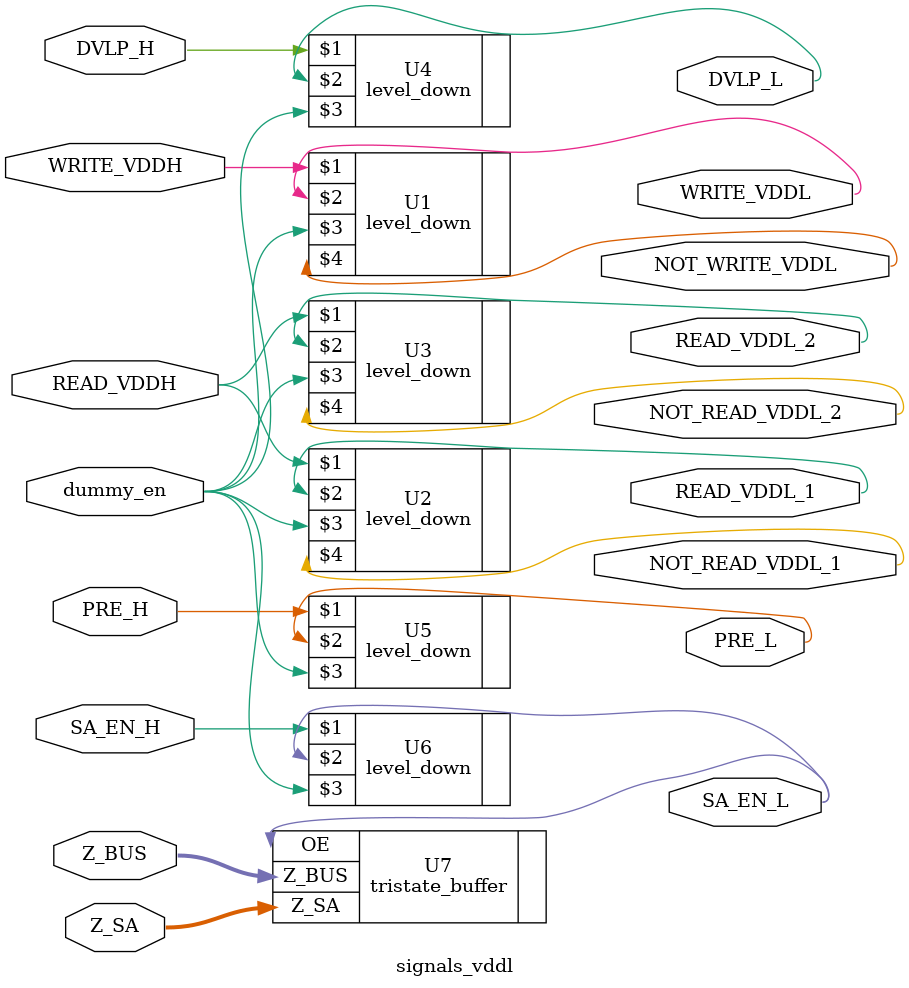
<source format=v>

`include "/ibe/users/da220/Cadence/WORK_TSMC180FORTE/DIGITAL/rtl/level_down/level_down.v"
`include "/ibe/users/da220/Cadence/WORK_TSMC180FORTE/DIGITAL/rtl/tristate_buffer/tristate_buffer.v"

module signals_vddl(
// END MODIFY NAME //
WRITE_VDDH,
READ_VDDH,
DVLP_H,
PRE_H,
SA_EN_H,
dummy_en,
WRITE_VDDL,
NOT_WRITE_VDDL,
READ_VDDL_1,
NOT_READ_VDDL_1,
READ_VDDL_2,
NOT_READ_VDDL_2,
DVLP_L,
PRE_L,
Z_SA,
//Z_WR,
Z_BUS,
SA_EN_L,
);

// SKILL CODE TO MODIFY HERE //
parameter B_SIZE = 4;	
// END OF SKILL MODIFICATION //

// Inputs
input	WRITE_VDDH;
input	READ_VDDH;
input	DVLP_H;
input	PRE_H;
input	SA_EN_H;
input	dummy_en;

// Input Ouput
inout	[B_SIZE-1:0] Z_SA;
//inout	[B_SIZE-1:0] Z_WR;
inout	[B_SIZE-1:0] Z_BUS;

// Outputs
output	WRITE_VDDL;
output	NOT_WRITE_VDDL;
output	READ_VDDL_1;
output	NOT_READ_VDDL_1;
output	READ_VDDL_2;
output	NOT_READ_VDDL_2;
output 	DVLP_L;
output	PRE_L;
output	SA_EN_L;

// Wires
wire	WRITE_VDDH;
wire	READ_VDDH;
wire	DVLP_H;
wire	PRE_H;
wire	SA_EN_H;
wire	dummy_en;
wire	WRITE_VDDL;
wire	NOT_WRITE_VDDL;
wire	READ_VDDL_1;
wire	NOT_READ_VDDL_1;
wire	READ_VDDL_2;
wire	NOT_READ_VDDL_2;
wire 	DVLP_L;
wire	PRE_L;
wire	SA_EN_L;
wire	[B_SIZE-1:0] Z_BUS;
wire	[B_SIZE-1:0] Z_SA;
//wire	[B_SIZE-1:0] Z_WR;



level_down U1(WRITE_VDDH, WRITE_VDDL, dummy_en, NOT_WRITE_VDDL);
level_down U2(READ_VDDH, READ_VDDL_1, dummy_en, NOT_READ_VDDL_1);
level_down U3(READ_VDDH, READ_VDDL_2, dummy_en, NOT_READ_VDDL_2);
level_down U4(DVLP_H, DVLP_L, dummy_en,);
level_down U5(PRE_H, PRE_L, dummy_en,);
level_down U6(SA_EN_H, SA_EN_L, dummy_en,);
tristate_buffer #(B_SIZE) U7(
.Z_SA	(Z_SA),
//.Z_WR	(Z_WR),
.Z_BUS	(Z_BUS),
.OE		(SA_EN_L)
);

endmodule
</source>
